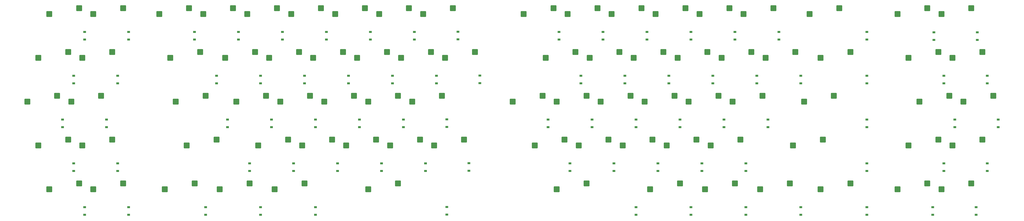
<source format=gbr>
G04 #@! TF.GenerationSoftware,KiCad,Pcbnew,8.0.1*
G04 #@! TF.CreationDate,2024-04-01T00:03:47+00:00*
G04 #@! TF.ProjectId,SplitSync,53706c69-7453-4796-9e63-2e6b69636164,rev?*
G04 #@! TF.SameCoordinates,Original*
G04 #@! TF.FileFunction,Paste,Bot*
G04 #@! TF.FilePolarity,Positive*
%FSLAX46Y46*%
G04 Gerber Fmt 4.6, Leading zero omitted, Abs format (unit mm)*
G04 Created by KiCad (PCBNEW 8.0.1) date 2024-04-01 00:03:47*
%MOMM*%
%LPD*%
G01*
G04 APERTURE LIST*
G04 Aperture macros list*
%AMRoundRect*
0 Rectangle with rounded corners*
0 $1 Rounding radius*
0 $2 $3 $4 $5 $6 $7 $8 $9 X,Y pos of 4 corners*
0 Add a 4 corners polygon primitive as box body*
4,1,4,$2,$3,$4,$5,$6,$7,$8,$9,$2,$3,0*
0 Add four circle primitives for the rounded corners*
1,1,$1+$1,$2,$3*
1,1,$1+$1,$4,$5*
1,1,$1+$1,$6,$7*
1,1,$1+$1,$8,$9*
0 Add four rect primitives between the rounded corners*
20,1,$1+$1,$2,$3,$4,$5,0*
20,1,$1+$1,$4,$5,$6,$7,0*
20,1,$1+$1,$6,$7,$8,$9,0*
20,1,$1+$1,$8,$9,$2,$3,0*%
G04 Aperture macros list end*
%ADD10RoundRect,0.250000X-1.025000X-1.000000X1.025000X-1.000000X1.025000X1.000000X-1.025000X1.000000X0*%
%ADD11R,1.200000X0.900000*%
G04 APERTURE END LIST*
D10*
X424431250Y-152300000D03*
X437358250Y-149760000D03*
X442120750Y-225960000D03*
X429193750Y-228500000D03*
X415927000Y-225960000D03*
X403000000Y-228500000D03*
X392114500Y-225960000D03*
X379187500Y-228500000D03*
X368302000Y-225960000D03*
X355375000Y-228500000D03*
X327820750Y-225960000D03*
X314893750Y-228500000D03*
X246158500Y-225960000D03*
X233231500Y-228500000D03*
X205677250Y-225960000D03*
X192750250Y-228500000D03*
X181864750Y-225960000D03*
X168937750Y-228500000D03*
X158052250Y-225960000D03*
X145125250Y-228500000D03*
X430214500Y-206910000D03*
X417287500Y-209450000D03*
X167577250Y-206910000D03*
X154650250Y-209450000D03*
X434977000Y-187860000D03*
X422050000Y-190400000D03*
X162814750Y-187860000D03*
X149887750Y-190400000D03*
X442120750Y-168810000D03*
X429193750Y-171350000D03*
X160433500Y-168810000D03*
X147506500Y-171350000D03*
X494508250Y-225960000D03*
X481581250Y-228500000D03*
X475458250Y-225960000D03*
X462531250Y-228500000D03*
X127096000Y-225960000D03*
X114169000Y-228500000D03*
X108046000Y-225960000D03*
X95119000Y-228500000D03*
X499270750Y-206910000D03*
X486343750Y-209450000D03*
X480220750Y-206910000D03*
X467293750Y-209450000D03*
X394495750Y-206910000D03*
X381568750Y-209450000D03*
X375445750Y-206910000D03*
X362518750Y-209450000D03*
X356395750Y-206910000D03*
X343468750Y-209450000D03*
X337345750Y-206910000D03*
X324418750Y-209450000D03*
X318295750Y-206910000D03*
X305368750Y-209450000D03*
X274733500Y-206910000D03*
X261806500Y-209450000D03*
X255683500Y-206910000D03*
X242756500Y-209450000D03*
X236633500Y-206910000D03*
X223706500Y-209450000D03*
X217583500Y-206910000D03*
X204656500Y-209450000D03*
X198533500Y-206910000D03*
X185606500Y-209450000D03*
X122333500Y-206910000D03*
X109406500Y-209450000D03*
X103283500Y-206910000D03*
X90356500Y-209450000D03*
X504033250Y-187860000D03*
X491106250Y-190400000D03*
X484983250Y-187860000D03*
X472056250Y-190400000D03*
X404020750Y-187860000D03*
X391093750Y-190400000D03*
X384970750Y-187860000D03*
X372043750Y-190400000D03*
X365920750Y-187860000D03*
X352993750Y-190400000D03*
X346870750Y-187860000D03*
X333943750Y-190400000D03*
X327820750Y-187860000D03*
X314893750Y-190400000D03*
X308770750Y-187860000D03*
X295843750Y-190400000D03*
X265208500Y-187860000D03*
X252281500Y-190400000D03*
X246158500Y-187860000D03*
X233231500Y-190400000D03*
X227108500Y-187860000D03*
X214181500Y-190400000D03*
X208058500Y-187860000D03*
X195131500Y-190400000D03*
X189008500Y-187860000D03*
X176081500Y-190400000D03*
X117571000Y-187860000D03*
X104644000Y-190400000D03*
X98521000Y-187860000D03*
X85594000Y-190400000D03*
X499270750Y-168810000D03*
X486343750Y-171350000D03*
X480220750Y-168810000D03*
X467293750Y-171350000D03*
X418308250Y-168810000D03*
X405381250Y-171350000D03*
X399258250Y-168810000D03*
X386331250Y-171350000D03*
X380208250Y-168810000D03*
X367281250Y-171350000D03*
X361158250Y-168810000D03*
X348231250Y-171350000D03*
X342108250Y-168810000D03*
X329181250Y-171350000D03*
X323058250Y-168810000D03*
X310131250Y-171350000D03*
X279496000Y-168810000D03*
X266569000Y-171350000D03*
X260446000Y-168810000D03*
X247519000Y-171350000D03*
X241396000Y-168810000D03*
X228469000Y-171350000D03*
X222346000Y-168810000D03*
X209419000Y-171350000D03*
X203296000Y-168810000D03*
X190369000Y-171350000D03*
X184246000Y-168810000D03*
X171319000Y-171350000D03*
X122333500Y-168810000D03*
X109406500Y-171350000D03*
X103283500Y-168810000D03*
X90356500Y-171350000D03*
X494508250Y-149760000D03*
X481581250Y-152300000D03*
X475458250Y-149760000D03*
X462531250Y-152300000D03*
X408783250Y-149760000D03*
X395856250Y-152300000D03*
X389733250Y-149760000D03*
X376806250Y-152300000D03*
X370683250Y-149760000D03*
X357756250Y-152300000D03*
X351633250Y-149760000D03*
X338706250Y-152300000D03*
X332583250Y-149760000D03*
X319656250Y-152300000D03*
X313533250Y-149760000D03*
X300606250Y-152300000D03*
X269971000Y-149760000D03*
X257044000Y-152300000D03*
X250921000Y-149760000D03*
X237994000Y-152300000D03*
X231871000Y-149760000D03*
X218944000Y-152300000D03*
X212821000Y-149760000D03*
X199894000Y-152300000D03*
X193771000Y-149760000D03*
X180844000Y-152300000D03*
X174721000Y-149760000D03*
X161794000Y-152300000D03*
X155671000Y-149760000D03*
X142744000Y-152300000D03*
X127096000Y-149760000D03*
X114169000Y-152300000D03*
X108046000Y-149760000D03*
X95119000Y-152300000D03*
D11*
X401628750Y-179115000D03*
X401628750Y-182415000D03*
X158041500Y-160065000D03*
X158041500Y-163365000D03*
X344478750Y-179115000D03*
X344478750Y-182415000D03*
X105654000Y-179115000D03*
X105654000Y-182415000D03*
X373053750Y-160065000D03*
X373053750Y-163365000D03*
X124704000Y-217215000D03*
X124704000Y-220515000D03*
X363528750Y-179115000D03*
X363528750Y-182415000D03*
X110416500Y-160065000D03*
X110416500Y-163365000D03*
X449253750Y-217215000D03*
X449253750Y-220515000D03*
X210429000Y-198165000D03*
X210429000Y-201465000D03*
X420678750Y-236265000D03*
X420678750Y-239565000D03*
X248529000Y-198165000D03*
X248529000Y-201465000D03*
X281629000Y-179090000D03*
X281629000Y-182390000D03*
X406391250Y-198165000D03*
X406391250Y-201465000D03*
X110416500Y-236265000D03*
X110416500Y-239565000D03*
X196141500Y-160065000D03*
X196141500Y-163365000D03*
X449253750Y-198165000D03*
X449253750Y-201465000D03*
X349241250Y-236265000D03*
X349241250Y-239565000D03*
X186616500Y-236265000D03*
X186616500Y-239565000D03*
X234241500Y-160065000D03*
X234241500Y-163365000D03*
X243766500Y-179115000D03*
X243766500Y-182415000D03*
X210429000Y-236265000D03*
X210429000Y-239565000D03*
X478279000Y-163565000D03*
X478279000Y-160265000D03*
X167566500Y-179115000D03*
X167566500Y-182415000D03*
X377816250Y-217215000D03*
X377816250Y-220515000D03*
X339716250Y-217215000D03*
X339716250Y-220515000D03*
X124704000Y-179115000D03*
X124704000Y-182415000D03*
X172329000Y-198165000D03*
X172329000Y-201465000D03*
X258054000Y-217215000D03*
X258054000Y-220515000D03*
X396866250Y-217215000D03*
X396866250Y-220515000D03*
X272104000Y-160040000D03*
X272104000Y-163340000D03*
X229479000Y-198165000D03*
X229479000Y-201465000D03*
X497066750Y-163565000D03*
X497066750Y-160265000D03*
X411153750Y-160065000D03*
X411153750Y-163365000D03*
X349241250Y-198165000D03*
X349241250Y-201465000D03*
X191379000Y-198165000D03*
X191379000Y-201465000D03*
X482591250Y-179115000D03*
X482591250Y-182415000D03*
X177091500Y-160065000D03*
X177091500Y-163365000D03*
X119941500Y-198165000D03*
X119941500Y-201465000D03*
X449253750Y-236265000D03*
X449253750Y-239565000D03*
X129466500Y-160065000D03*
X129466500Y-163365000D03*
X354003750Y-160065000D03*
X354003750Y-163365000D03*
X420678750Y-179115000D03*
X420678750Y-182415000D03*
X239004000Y-217215000D03*
X239004000Y-220515000D03*
X262816500Y-179115000D03*
X262816500Y-182415000D03*
X477828750Y-236265000D03*
X477828750Y-239565000D03*
X387341250Y-198165000D03*
X387341250Y-201465000D03*
X215191500Y-160065000D03*
X215191500Y-163365000D03*
X496616500Y-236265000D03*
X496616500Y-239565000D03*
X253291500Y-160065000D03*
X253291500Y-163365000D03*
X320666250Y-217215000D03*
X320666250Y-220515000D03*
X368291250Y-198165000D03*
X368291250Y-201465000D03*
X200904000Y-217215000D03*
X200904000Y-220515000D03*
X334953750Y-160065000D03*
X334953750Y-163365000D03*
X449253750Y-160065000D03*
X449253750Y-163365000D03*
X487353750Y-198165000D03*
X487353750Y-201465000D03*
X482591250Y-217215000D03*
X482591250Y-220515000D03*
X162804000Y-236265000D03*
X162804000Y-239565000D03*
X129466500Y-236265000D03*
X129466500Y-239565000D03*
X501379000Y-217215000D03*
X501379000Y-220515000D03*
X325428750Y-179115000D03*
X325428750Y-182415000D03*
X396866250Y-236265000D03*
X396866250Y-239565000D03*
X224716500Y-179115000D03*
X224716500Y-182415000D03*
X358766250Y-217215000D03*
X358766250Y-220515000D03*
X311141250Y-198165000D03*
X311141250Y-201465000D03*
X449253750Y-179115000D03*
X449253750Y-182415000D03*
X100891500Y-198165000D03*
X100891500Y-201465000D03*
X181854000Y-217215000D03*
X181854000Y-220515000D03*
X382578750Y-179115000D03*
X382578750Y-182415000D03*
X501379000Y-179115000D03*
X501379000Y-182415000D03*
X330191250Y-198165000D03*
X330191250Y-201465000D03*
X105654000Y-217215000D03*
X105654000Y-220515000D03*
X186616500Y-179115000D03*
X186616500Y-182415000D03*
X392103750Y-160065000D03*
X392103750Y-163365000D03*
X267341500Y-198140000D03*
X267341500Y-201440000D03*
X219954000Y-217215000D03*
X219954000Y-220515000D03*
X315903750Y-160065000D03*
X315903750Y-163365000D03*
X205666500Y-179115000D03*
X205666500Y-182415000D03*
X267341500Y-236240000D03*
X267341500Y-239540000D03*
X506141500Y-198165000D03*
X506141500Y-201465000D03*
X276866500Y-217190000D03*
X276866500Y-220490000D03*
X373053750Y-236265000D03*
X373053750Y-239565000D03*
M02*

</source>
